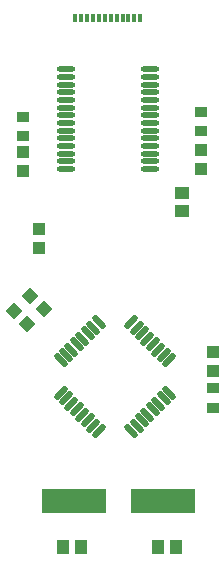
<source format=gtp>
G04*
G04 #@! TF.GenerationSoftware,Altium Limited,Altium Designer,20.0.13 (296)*
G04*
G04 Layer_Color=8421504*
%FSLAX44Y44*%
%MOMM*%
G71*
G01*
G75*
%ADD14R,1.3000X1.0000*%
%ADD15R,1.0000X1.0000*%
%ADD16O,1.5500X0.5000*%
%ADD17R,5.5000X2.0000*%
G04:AMPARAMS|DCode=18|XSize=0.55mm|YSize=1.45mm|CornerRadius=0mm|HoleSize=0mm|Usage=FLASHONLY|Rotation=45.000|XOffset=0mm|YOffset=0mm|HoleType=Round|Shape=Round|*
%AMOVALD18*
21,1,0.9000,0.5500,0.0000,0.0000,135.0*
1,1,0.5500,0.3182,-0.3182*
1,1,0.5500,-0.3182,0.3182*
%
%ADD18OVALD18*%

G04:AMPARAMS|DCode=19|XSize=0.55mm|YSize=1.45mm|CornerRadius=0mm|HoleSize=0mm|Usage=FLASHONLY|Rotation=135.000|XOffset=0mm|YOffset=0mm|HoleType=Round|Shape=Round|*
%AMOVALD19*
21,1,0.9000,0.5500,0.0000,0.0000,225.0*
1,1,0.5500,0.3182,0.3182*
1,1,0.5500,-0.3182,-0.3182*
%
%ADD19OVALD19*%

%ADD20P,1.4142X4X90.0*%
%ADD21R,0.3300X0.7300*%
%ADD22R,1.0000X0.9000*%
%ADD23R,1.0000X1.3000*%
D14*
X205000Y318500D02*
D03*
Y303500D02*
D03*
D15*
X221000Y339000D02*
D03*
Y355000D02*
D03*
X70000Y337000D02*
D03*
Y353000D02*
D03*
X84000Y272000D02*
D03*
Y288000D02*
D03*
X231000Y168000D02*
D03*
Y184000D02*
D03*
D16*
X106250Y423250D02*
D03*
Y416750D02*
D03*
Y410250D02*
D03*
Y403750D02*
D03*
Y397250D02*
D03*
Y390750D02*
D03*
Y384250D02*
D03*
Y377750D02*
D03*
Y371250D02*
D03*
Y364750D02*
D03*
Y358250D02*
D03*
Y351750D02*
D03*
Y345250D02*
D03*
Y338750D02*
D03*
X177750Y423250D02*
D03*
Y416750D02*
D03*
Y410250D02*
D03*
Y403750D02*
D03*
Y397250D02*
D03*
Y390750D02*
D03*
Y384250D02*
D03*
Y377750D02*
D03*
Y371250D02*
D03*
Y364750D02*
D03*
Y358250D02*
D03*
Y351750D02*
D03*
Y345250D02*
D03*
Y338750D02*
D03*
D17*
X188500Y58000D02*
D03*
X113500D02*
D03*
D18*
X102038Y176789D02*
D03*
X106634Y181385D02*
D03*
X111230Y185981D02*
D03*
X115827Y190577D02*
D03*
X120423Y195173D02*
D03*
X125019Y199770D02*
D03*
X129615Y204366D02*
D03*
X134211Y208962D02*
D03*
X193962Y149211D02*
D03*
X189366Y144615D02*
D03*
X184769Y140019D02*
D03*
X180173Y135423D02*
D03*
X175577Y130827D02*
D03*
X170981Y126230D02*
D03*
X166385Y121634D02*
D03*
X161789Y117038D02*
D03*
D19*
Y208962D02*
D03*
X166385Y204366D02*
D03*
X170981Y199770D02*
D03*
X175577Y195173D02*
D03*
X180173Y190577D02*
D03*
X184769Y185981D02*
D03*
X189366Y181385D02*
D03*
X193962Y176789D02*
D03*
X134211Y117038D02*
D03*
X129615Y121634D02*
D03*
X125019Y126230D02*
D03*
X120423Y130827D02*
D03*
X115827Y135423D02*
D03*
X111230Y140019D02*
D03*
X106634Y144615D02*
D03*
X102038Y149211D02*
D03*
D20*
X62343Y218657D02*
D03*
X73657Y207343D02*
D03*
X76343Y231657D02*
D03*
X87657Y220343D02*
D03*
D21*
X149500Y466900D02*
D03*
X154500D02*
D03*
X159500D02*
D03*
X164500D02*
D03*
X169500D02*
D03*
X144500D02*
D03*
X139500D02*
D03*
X134500D02*
D03*
X129500D02*
D03*
X124500D02*
D03*
X119500D02*
D03*
X114500D02*
D03*
D22*
X231000Y136750D02*
D03*
Y153250D02*
D03*
X70000Y383250D02*
D03*
Y366750D02*
D03*
X221000Y387250D02*
D03*
Y370750D02*
D03*
D23*
X184500Y19000D02*
D03*
X199500D02*
D03*
X119500D02*
D03*
X104500D02*
D03*
M02*

</source>
